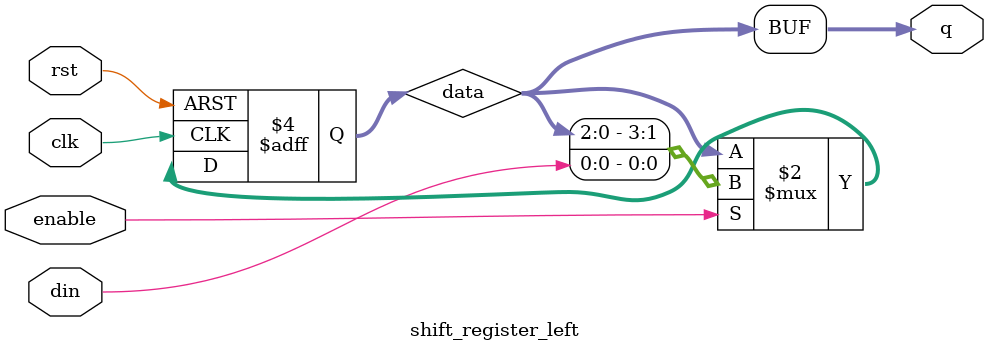
<source format=v>
module shift_register_left (
     /*
Kambale MARUBA E. (1ICE -EN )
Bualuti BUKELE E. (1ICE -EE )
Nkishi DJENGA H. (1ICE -IN ) 
*/
    
    input        clk,
    input        rst,
    input        enable,
    input        din,
    output [3:0] q
);
    reg [3:0] data;
    always @(posedge clk or posedge rst) begin
        if (rst)
            data <= 4'b0000;
        else if (enable)
            data <= {data[2:0], din}; // Décalage à gauche
    end
    assign q = data;
endmodule

</source>
